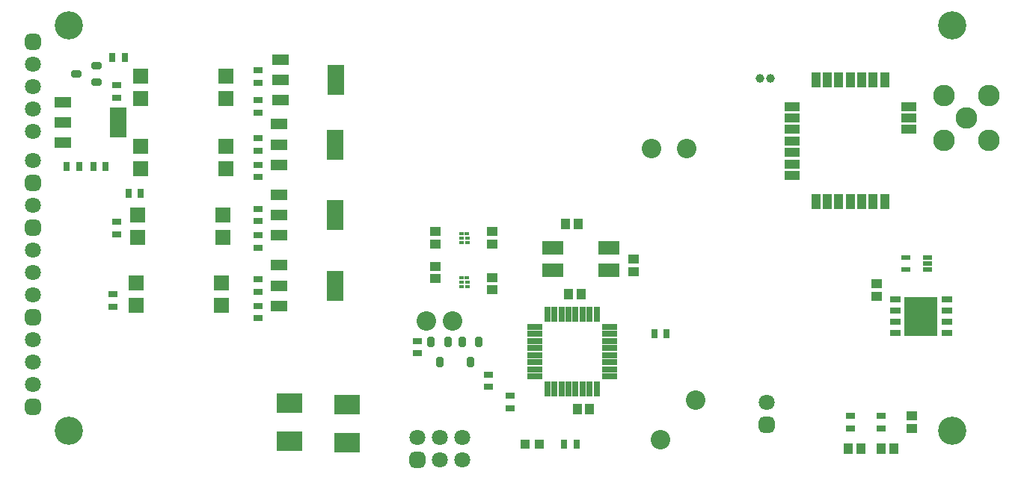
<source format=gbs>
G04*
G04 #@! TF.GenerationSoftware,Altium Limited,Altium Designer,22.8.2 (66)*
G04*
G04 Layer_Color=16711935*
%FSLAX44Y44*%
%MOMM*%
G71*
G04*
G04 #@! TF.SameCoordinates,4CF3C48C-3265-4FA0-8EEF-0F06EE1AF109*
G04*
G04*
G04 #@! TF.FilePolarity,Negative*
G04*
G01*
G75*
%ADD15R,0.7032X1.0032*%
%ADD21C,2.2032*%
%ADD30R,0.9832X1.1832*%
%ADD32R,1.1832X0.9832*%
%ADD33R,1.0032X0.7032*%
%ADD36R,2.9032X2.2532*%
%ADD39R,1.0032X1.0032*%
%ADD40C,1.8032*%
G04:AMPARAMS|DCode=41|XSize=1.8032mm|YSize=1.8032mm|CornerRadius=0.5016mm|HoleSize=0mm|Usage=FLASHONLY|Rotation=180.000|XOffset=0mm|YOffset=0mm|HoleType=Round|Shape=RoundedRectangle|*
%AMROUNDEDRECTD41*
21,1,1.8032,0.8000,0,0,180.0*
21,1,0.8000,1.8032,0,0,180.0*
1,1,1.0032,-0.4000,0.4000*
1,1,1.0032,0.4000,0.4000*
1,1,1.0032,0.4000,-0.4000*
1,1,1.0032,-0.4000,-0.4000*
%
%ADD41ROUNDEDRECTD41*%
%ADD42C,3.2032*%
G04:AMPARAMS|DCode=43|XSize=1.8032mm|YSize=1.8032mm|CornerRadius=0.5016mm|HoleSize=0mm|Usage=FLASHONLY|Rotation=90.000|XOffset=0mm|YOffset=0mm|HoleType=Round|Shape=RoundedRectangle|*
%AMROUNDEDRECTD43*
21,1,1.8032,0.8000,0,0,90.0*
21,1,0.8000,1.8032,0,0,90.0*
1,1,1.0032,0.4000,0.4000*
1,1,1.0032,0.4000,-0.4000*
1,1,1.0032,-0.4000,-0.4000*
1,1,1.0032,-0.4000,0.4000*
%
%ADD43ROUNDEDRECTD43*%
%ADD44C,1.0032*%
%ADD45C,2.4532*%
%ADD100R,1.7032X1.8032*%
G04:AMPARAMS|DCode=101|XSize=0.8032mm|YSize=1.2032mm|CornerRadius=0.1766mm|HoleSize=0mm|Usage=FLASHONLY|Rotation=0.000|XOffset=0mm|YOffset=0mm|HoleType=Round|Shape=RoundedRectangle|*
%AMROUNDEDRECTD101*
21,1,0.8032,0.8500,0,0,0.0*
21,1,0.4500,1.2032,0,0,0.0*
1,1,0.3532,0.2250,-0.4250*
1,1,0.3532,-0.2250,-0.4250*
1,1,0.3532,-0.2250,0.4250*
1,1,0.3532,0.2250,0.4250*
%
%ADD101ROUNDEDRECTD101*%
%ADD102R,1.7032X1.1032*%
%ADD103R,1.1032X1.7032*%
%ADD104R,0.5532X0.4232*%
%ADD105R,0.6032X0.4232*%
%ADD106R,1.1532X0.6532*%
%ADD107R,3.7032X4.5032*%
%ADD108R,1.9532X1.1532*%
%ADD109R,1.9532X3.4032*%
%ADD110R,1.7032X0.8032*%
%ADD111R,0.8032X1.7032*%
%ADD112R,2.4032X1.6032*%
%ADD113R,1.0032X0.6032*%
G04:AMPARAMS|DCode=114|XSize=0.8032mm|YSize=1.2032mm|CornerRadius=0.1766mm|HoleSize=0mm|Usage=FLASHONLY|Rotation=270.000|XOffset=0mm|YOffset=0mm|HoleType=Round|Shape=RoundedRectangle|*
%AMROUNDEDRECTD114*
21,1,0.8032,0.8500,0,0,270.0*
21,1,0.4500,1.2032,0,0,270.0*
1,1,0.3532,-0.4250,-0.2250*
1,1,0.3532,-0.4250,0.2250*
1,1,0.3532,0.4250,0.2250*
1,1,0.3532,0.4250,-0.2250*
%
%ADD114ROUNDEDRECTD114*%
D15*
X88000Y360000D02*
D03*
X102000D02*
D03*
X123522Y483569D02*
D03*
X109522D02*
D03*
X621000Y45000D02*
D03*
X635000D02*
D03*
X723000Y170000D02*
D03*
X737000D02*
D03*
X72000Y360000D02*
D03*
X58000D02*
D03*
X128000Y330000D02*
D03*
X142000D02*
D03*
D21*
X760000Y380000D02*
D03*
X720000D02*
D03*
X465000Y185000D02*
D03*
X495000D02*
D03*
X730000Y50000D02*
D03*
X770000Y95000D02*
D03*
D30*
X957000Y40000D02*
D03*
X943000D02*
D03*
X994000D02*
D03*
X980000D02*
D03*
X636000Y85000D02*
D03*
X650000D02*
D03*
X640000Y215000D02*
D03*
X626000D02*
D03*
X637000Y295000D02*
D03*
X623000D02*
D03*
D32*
X1015000Y63000D02*
D03*
Y77000D02*
D03*
X540000Y286000D02*
D03*
Y272000D02*
D03*
Y220000D02*
D03*
Y234000D02*
D03*
X475000Y286000D02*
D03*
Y272000D02*
D03*
X475000Y247000D02*
D03*
Y233000D02*
D03*
X975000Y227000D02*
D03*
Y213000D02*
D03*
X700000Y241000D02*
D03*
Y255000D02*
D03*
D33*
X115000Y452000D02*
D03*
Y438000D02*
D03*
X110000Y201000D02*
D03*
Y215000D02*
D03*
X275000Y421000D02*
D03*
Y435000D02*
D03*
Y362000D02*
D03*
Y348000D02*
D03*
Y392000D02*
D03*
Y378000D02*
D03*
Y312000D02*
D03*
Y298000D02*
D03*
Y282000D02*
D03*
Y268000D02*
D03*
Y232000D02*
D03*
Y218000D02*
D03*
Y202000D02*
D03*
Y188000D02*
D03*
X560000Y100000D02*
D03*
Y86000D02*
D03*
X455000Y148000D02*
D03*
Y162000D02*
D03*
X535000Y110000D02*
D03*
Y124000D02*
D03*
X945000Y77000D02*
D03*
Y63000D02*
D03*
X980000Y77000D02*
D03*
Y63000D02*
D03*
X275000Y469000D02*
D03*
Y455000D02*
D03*
X115000Y297000D02*
D03*
Y283000D02*
D03*
D36*
X375000Y90000D02*
D03*
Y47000D02*
D03*
X310000Y91500D02*
D03*
Y48500D02*
D03*
D39*
X593250Y45000D02*
D03*
X576750D02*
D03*
D40*
X850000Y92700D02*
D03*
X20000Y366600D02*
D03*
Y315800D02*
D03*
Y163400D02*
D03*
Y138000D02*
D03*
Y112600D02*
D03*
Y265000D02*
D03*
Y239600D02*
D03*
Y214200D02*
D03*
Y476200D02*
D03*
Y450800D02*
D03*
Y425400D02*
D03*
Y400000D02*
D03*
X454600Y52698D02*
D03*
X480000Y27298D02*
D03*
Y52698D02*
D03*
X505400Y27298D02*
D03*
Y52698D02*
D03*
D41*
X850000Y67300D02*
D03*
X20000Y341200D02*
D03*
Y290400D02*
D03*
Y87200D02*
D03*
Y188800D02*
D03*
Y501600D02*
D03*
D42*
X60000Y60000D02*
D03*
Y520000D02*
D03*
X1060000D02*
D03*
Y60000D02*
D03*
D43*
X454600Y27298D02*
D03*
D44*
X855000Y460000D02*
D03*
X842500D02*
D03*
D45*
X1051200Y390000D02*
D03*
Y440800D02*
D03*
X1102000Y390000D02*
D03*
Y440800D02*
D03*
X1076600Y415400D02*
D03*
D100*
X233500Y202300D02*
D03*
Y227700D02*
D03*
X136500D02*
D03*
Y202300D02*
D03*
X141500Y357300D02*
D03*
Y382700D02*
D03*
X238500D02*
D03*
Y357300D02*
D03*
Y437300D02*
D03*
Y462700D02*
D03*
X141500D02*
D03*
Y437300D02*
D03*
X138000Y279600D02*
D03*
Y305000D02*
D03*
X235000D02*
D03*
Y279600D02*
D03*
D101*
X515000Y138500D02*
D03*
X524500Y161500D02*
D03*
X505500D02*
D03*
X480000Y138500D02*
D03*
X489500Y161500D02*
D03*
X470500D02*
D03*
D102*
X879000Y415000D02*
D03*
Y402000D02*
D03*
Y389000D02*
D03*
Y376000D02*
D03*
Y363000D02*
D03*
Y350000D02*
D03*
Y428000D02*
D03*
X1011000Y402000D02*
D03*
Y415000D02*
D03*
Y428000D02*
D03*
D103*
X906000Y458000D02*
D03*
X919000D02*
D03*
X932000D02*
D03*
X945000D02*
D03*
X958000D02*
D03*
X971000D02*
D03*
X984000D02*
D03*
Y320000D02*
D03*
X971000D02*
D03*
X958000D02*
D03*
X945000D02*
D03*
X932000D02*
D03*
X919000D02*
D03*
X906000D02*
D03*
D104*
X511500Y274000D02*
D03*
Y279000D02*
D03*
X505000Y274000D02*
D03*
Y279000D02*
D03*
Y284000D02*
D03*
X511500Y224000D02*
D03*
Y229000D02*
D03*
X505000Y224000D02*
D03*
Y229000D02*
D03*
Y234000D02*
D03*
D105*
X511250Y284000D02*
D03*
Y234000D02*
D03*
D106*
X1054000Y209050D02*
D03*
Y196350D02*
D03*
Y183650D02*
D03*
Y170950D02*
D03*
X996000D02*
D03*
Y183650D02*
D03*
Y196350D02*
D03*
Y209050D02*
D03*
D107*
X1025000Y190000D02*
D03*
D108*
X300000Y435000D02*
D03*
Y458000D02*
D03*
Y481000D02*
D03*
X298500Y202000D02*
D03*
Y225000D02*
D03*
Y248000D02*
D03*
Y282000D02*
D03*
Y305000D02*
D03*
Y328000D02*
D03*
Y408000D02*
D03*
Y385000D02*
D03*
Y362000D02*
D03*
X53500Y433000D02*
D03*
Y410000D02*
D03*
Y387000D02*
D03*
D109*
X363000Y458000D02*
D03*
X361500Y225000D02*
D03*
Y305000D02*
D03*
Y385000D02*
D03*
X116500Y410000D02*
D03*
D110*
X587500Y178000D02*
D03*
Y170000D02*
D03*
Y162000D02*
D03*
Y154000D02*
D03*
Y146000D02*
D03*
Y138000D02*
D03*
Y130000D02*
D03*
Y122000D02*
D03*
X672500D02*
D03*
Y130000D02*
D03*
Y138000D02*
D03*
Y146000D02*
D03*
Y154000D02*
D03*
Y162000D02*
D03*
Y170000D02*
D03*
Y178000D02*
D03*
D111*
X602000Y107500D02*
D03*
X610000D02*
D03*
X618000D02*
D03*
X626000D02*
D03*
X634000D02*
D03*
X642000D02*
D03*
X650000D02*
D03*
X658000D02*
D03*
Y192500D02*
D03*
X650000D02*
D03*
X642000D02*
D03*
X634000D02*
D03*
X626000D02*
D03*
X618000D02*
D03*
X610000D02*
D03*
X602000D02*
D03*
D112*
X608000Y267500D02*
D03*
X672000D02*
D03*
Y242500D02*
D03*
X608000D02*
D03*
D113*
X1008000Y256500D02*
D03*
Y243500D02*
D03*
X1032000Y256500D02*
D03*
Y250000D02*
D03*
Y243500D02*
D03*
D114*
X91500Y474500D02*
D03*
Y455500D02*
D03*
X68500Y465000D02*
D03*
M02*

</source>
